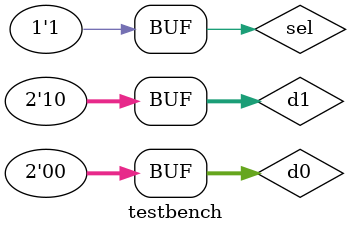
<source format=v>
`timescale 1 ns / 100 ps
module testbench;

  reg  [1:0] d0;
  reg  [1:0] d1;
  reg        sel;
  wire [1:0] y;

  b2_mux_2_1_if b2_mux_2_1_if (d0, d1, sel, y);    

  initial 
  begin
    d0  = 2'b00;
    d1  = 2'b11;
    sel = 1'b0;     
    
    #10;
    sel = 1'b1;     
    
    #10
    d1 = 2'b01;
    
    #5
    d1 = 2'b10;
    #5;           
  end
  
  initial 
    $monitor("d0=%b d1=%b sel=%b y=%b", 
              d0, d1, sel, y);
endmodule


</source>
